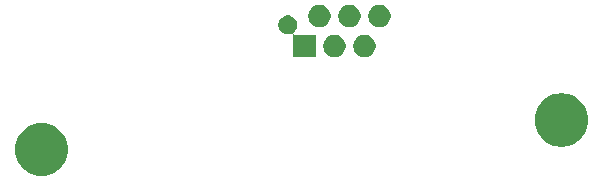
<source format=gbr>
G04 #@! TF.GenerationSoftware,KiCad,Pcbnew,5.0.2-bee76a0~70~ubuntu18.04.1*
G04 #@! TF.CreationDate,2019-12-05T19:09:47+01:00*
G04 #@! TF.ProjectId,magneto_bot_shield,6d61676e-6574-46f5-9f62-6f745f736869,rev?*
G04 #@! TF.SameCoordinates,Original*
G04 #@! TF.FileFunction,Soldermask,Bot*
G04 #@! TF.FilePolarity,Negative*
%FSLAX46Y46*%
G04 Gerber Fmt 4.6, Leading zero omitted, Abs format (unit mm)*
G04 Created by KiCad (PCBNEW 5.0.2-bee76a0~70~ubuntu18.04.1) date Thu 05 Dec 2019 07:09:47 PM CET*
%MOMM*%
%LPD*%
G01*
G04 APERTURE LIST*
%ADD10C,0.100000*%
G04 APERTURE END LIST*
D10*
G36*
X142058445Y-105516254D02*
X142406593Y-105585504D01*
X142816249Y-105755189D01*
X143184929Y-106001534D01*
X143498466Y-106315071D01*
X143744811Y-106683751D01*
X143914496Y-107093407D01*
X144001000Y-107528296D01*
X144001000Y-107971704D01*
X143914496Y-108406593D01*
X143744811Y-108816249D01*
X143498466Y-109184929D01*
X143184929Y-109498466D01*
X142816249Y-109744811D01*
X142406593Y-109914496D01*
X142058445Y-109983746D01*
X141971706Y-110001000D01*
X141528294Y-110001000D01*
X141441555Y-109983746D01*
X141093407Y-109914496D01*
X140683751Y-109744811D01*
X140315071Y-109498466D01*
X140001534Y-109184929D01*
X139755189Y-108816249D01*
X139585504Y-108406593D01*
X139499000Y-107971704D01*
X139499000Y-107528296D01*
X139585504Y-107093407D01*
X139755189Y-106683751D01*
X140001534Y-106315071D01*
X140315071Y-106001534D01*
X140683751Y-105755189D01*
X141093407Y-105585504D01*
X141441555Y-105516254D01*
X141528294Y-105499000D01*
X141971706Y-105499000D01*
X142058445Y-105516254D01*
X142058445Y-105516254D01*
G37*
G36*
X186058445Y-103016254D02*
X186406593Y-103085504D01*
X186816249Y-103255189D01*
X187184929Y-103501534D01*
X187498466Y-103815071D01*
X187744811Y-104183751D01*
X187914496Y-104593407D01*
X188001000Y-105028296D01*
X188001000Y-105471704D01*
X187914496Y-105906593D01*
X187744811Y-106316249D01*
X187498466Y-106684929D01*
X187184929Y-106998466D01*
X186816249Y-107244811D01*
X186406593Y-107414496D01*
X186058445Y-107483746D01*
X185971706Y-107501000D01*
X185528294Y-107501000D01*
X185441555Y-107483746D01*
X185093407Y-107414496D01*
X184683751Y-107244811D01*
X184315071Y-106998466D01*
X184001534Y-106684929D01*
X183755189Y-106316249D01*
X183585504Y-105906593D01*
X183499000Y-105471704D01*
X183499000Y-105028296D01*
X183585504Y-104593407D01*
X183755189Y-104183751D01*
X184001534Y-103815071D01*
X184315071Y-103501534D01*
X184683751Y-103255189D01*
X185093407Y-103085504D01*
X185441555Y-103016254D01*
X185528294Y-102999000D01*
X185971706Y-102999000D01*
X186058445Y-103016254D01*
X186058445Y-103016254D01*
G37*
G36*
X162833655Y-96429733D02*
X162833657Y-96429734D01*
X162833658Y-96429734D01*
X162887509Y-96452040D01*
X162979440Y-96490119D01*
X163110643Y-96577786D01*
X163222214Y-96689357D01*
X163309881Y-96820560D01*
X163370267Y-96966345D01*
X163401050Y-97121102D01*
X163401050Y-97278898D01*
X163370267Y-97433655D01*
X163309881Y-97579440D01*
X163222214Y-97710643D01*
X163107907Y-97824950D01*
X163094915Y-97835612D01*
X163079370Y-97854554D01*
X163067819Y-97876165D01*
X163060706Y-97899614D01*
X163058304Y-97924001D01*
X163060706Y-97948387D01*
X163067819Y-97971836D01*
X163079371Y-97993447D01*
X163094916Y-98012389D01*
X163113858Y-98027934D01*
X163135469Y-98039485D01*
X163158918Y-98046598D01*
X163183304Y-98049000D01*
X164951000Y-98049000D01*
X164951000Y-99951000D01*
X163049000Y-99951000D01*
X163049000Y-98068145D01*
X163046598Y-98043759D01*
X163039485Y-98020310D01*
X163027934Y-97998699D01*
X163012388Y-97979757D01*
X162993446Y-97964211D01*
X162971835Y-97952660D01*
X162948386Y-97945547D01*
X162924000Y-97943145D01*
X162899614Y-97945547D01*
X162876165Y-97952660D01*
X162833658Y-97970267D01*
X162678898Y-98001050D01*
X162521102Y-98001050D01*
X162366345Y-97970267D01*
X162366343Y-97970266D01*
X162366342Y-97970266D01*
X162254649Y-97924001D01*
X162220560Y-97909881D01*
X162089357Y-97822214D01*
X161977786Y-97710643D01*
X161890119Y-97579440D01*
X161829733Y-97433655D01*
X161798950Y-97278898D01*
X161798950Y-97121102D01*
X161829733Y-96966345D01*
X161890119Y-96820560D01*
X161977786Y-96689357D01*
X162089357Y-96577786D01*
X162220560Y-96490119D01*
X162312491Y-96452040D01*
X162366342Y-96429734D01*
X162366343Y-96429734D01*
X162366345Y-96429733D01*
X162521102Y-96398950D01*
X162678898Y-96398950D01*
X162833655Y-96429733D01*
X162833655Y-96429733D01*
G37*
G36*
X169357396Y-98085546D02*
X169530466Y-98157234D01*
X169686230Y-98261312D01*
X169818688Y-98393770D01*
X169922766Y-98549534D01*
X169994454Y-98722604D01*
X170031000Y-98906333D01*
X170031000Y-99093667D01*
X169994454Y-99277396D01*
X169922766Y-99450466D01*
X169818688Y-99606230D01*
X169686230Y-99738688D01*
X169530466Y-99842766D01*
X169357396Y-99914454D01*
X169173667Y-99951000D01*
X168986333Y-99951000D01*
X168802604Y-99914454D01*
X168629534Y-99842766D01*
X168473770Y-99738688D01*
X168341312Y-99606230D01*
X168237234Y-99450466D01*
X168165546Y-99277396D01*
X168129000Y-99093667D01*
X168129000Y-98906333D01*
X168165546Y-98722604D01*
X168237234Y-98549534D01*
X168341312Y-98393770D01*
X168473770Y-98261312D01*
X168629534Y-98157234D01*
X168802604Y-98085546D01*
X168986333Y-98049000D01*
X169173667Y-98049000D01*
X169357396Y-98085546D01*
X169357396Y-98085546D01*
G37*
G36*
X166817396Y-98085546D02*
X166990466Y-98157234D01*
X167146230Y-98261312D01*
X167278688Y-98393770D01*
X167382766Y-98549534D01*
X167454454Y-98722604D01*
X167491000Y-98906333D01*
X167491000Y-99093667D01*
X167454454Y-99277396D01*
X167382766Y-99450466D01*
X167278688Y-99606230D01*
X167146230Y-99738688D01*
X166990466Y-99842766D01*
X166817396Y-99914454D01*
X166633667Y-99951000D01*
X166446333Y-99951000D01*
X166262604Y-99914454D01*
X166089534Y-99842766D01*
X165933770Y-99738688D01*
X165801312Y-99606230D01*
X165697234Y-99450466D01*
X165625546Y-99277396D01*
X165589000Y-99093667D01*
X165589000Y-98906333D01*
X165625546Y-98722604D01*
X165697234Y-98549534D01*
X165801312Y-98393770D01*
X165933770Y-98261312D01*
X166089534Y-98157234D01*
X166262604Y-98085546D01*
X166446333Y-98049000D01*
X166633667Y-98049000D01*
X166817396Y-98085546D01*
X166817396Y-98085546D01*
G37*
G36*
X170627396Y-95545546D02*
X170800466Y-95617234D01*
X170956230Y-95721312D01*
X171088688Y-95853770D01*
X171192766Y-96009534D01*
X171264454Y-96182604D01*
X171301000Y-96366333D01*
X171301000Y-96553667D01*
X171264454Y-96737396D01*
X171192766Y-96910466D01*
X171088688Y-97066230D01*
X170956230Y-97198688D01*
X170800466Y-97302766D01*
X170627396Y-97374454D01*
X170443667Y-97411000D01*
X170256333Y-97411000D01*
X170072604Y-97374454D01*
X169899534Y-97302766D01*
X169743770Y-97198688D01*
X169611312Y-97066230D01*
X169507234Y-96910466D01*
X169435546Y-96737396D01*
X169399000Y-96553667D01*
X169399000Y-96366333D01*
X169435546Y-96182604D01*
X169507234Y-96009534D01*
X169611312Y-95853770D01*
X169743770Y-95721312D01*
X169899534Y-95617234D01*
X170072604Y-95545546D01*
X170256333Y-95509000D01*
X170443667Y-95509000D01*
X170627396Y-95545546D01*
X170627396Y-95545546D01*
G37*
G36*
X168087396Y-95545546D02*
X168260466Y-95617234D01*
X168416230Y-95721312D01*
X168548688Y-95853770D01*
X168652766Y-96009534D01*
X168724454Y-96182604D01*
X168761000Y-96366333D01*
X168761000Y-96553667D01*
X168724454Y-96737396D01*
X168652766Y-96910466D01*
X168548688Y-97066230D01*
X168416230Y-97198688D01*
X168260466Y-97302766D01*
X168087396Y-97374454D01*
X167903667Y-97411000D01*
X167716333Y-97411000D01*
X167532604Y-97374454D01*
X167359534Y-97302766D01*
X167203770Y-97198688D01*
X167071312Y-97066230D01*
X166967234Y-96910466D01*
X166895546Y-96737396D01*
X166859000Y-96553667D01*
X166859000Y-96366333D01*
X166895546Y-96182604D01*
X166967234Y-96009534D01*
X167071312Y-95853770D01*
X167203770Y-95721312D01*
X167359534Y-95617234D01*
X167532604Y-95545546D01*
X167716333Y-95509000D01*
X167903667Y-95509000D01*
X168087396Y-95545546D01*
X168087396Y-95545546D01*
G37*
G36*
X165547396Y-95545546D02*
X165720466Y-95617234D01*
X165876230Y-95721312D01*
X166008688Y-95853770D01*
X166112766Y-96009534D01*
X166184454Y-96182604D01*
X166221000Y-96366333D01*
X166221000Y-96553667D01*
X166184454Y-96737396D01*
X166112766Y-96910466D01*
X166008688Y-97066230D01*
X165876230Y-97198688D01*
X165720466Y-97302766D01*
X165547396Y-97374454D01*
X165363667Y-97411000D01*
X165176333Y-97411000D01*
X164992604Y-97374454D01*
X164819534Y-97302766D01*
X164663770Y-97198688D01*
X164531312Y-97066230D01*
X164427234Y-96910466D01*
X164355546Y-96737396D01*
X164319000Y-96553667D01*
X164319000Y-96366333D01*
X164355546Y-96182604D01*
X164427234Y-96009534D01*
X164531312Y-95853770D01*
X164663770Y-95721312D01*
X164819534Y-95617234D01*
X164992604Y-95545546D01*
X165176333Y-95509000D01*
X165363667Y-95509000D01*
X165547396Y-95545546D01*
X165547396Y-95545546D01*
G37*
M02*

</source>
